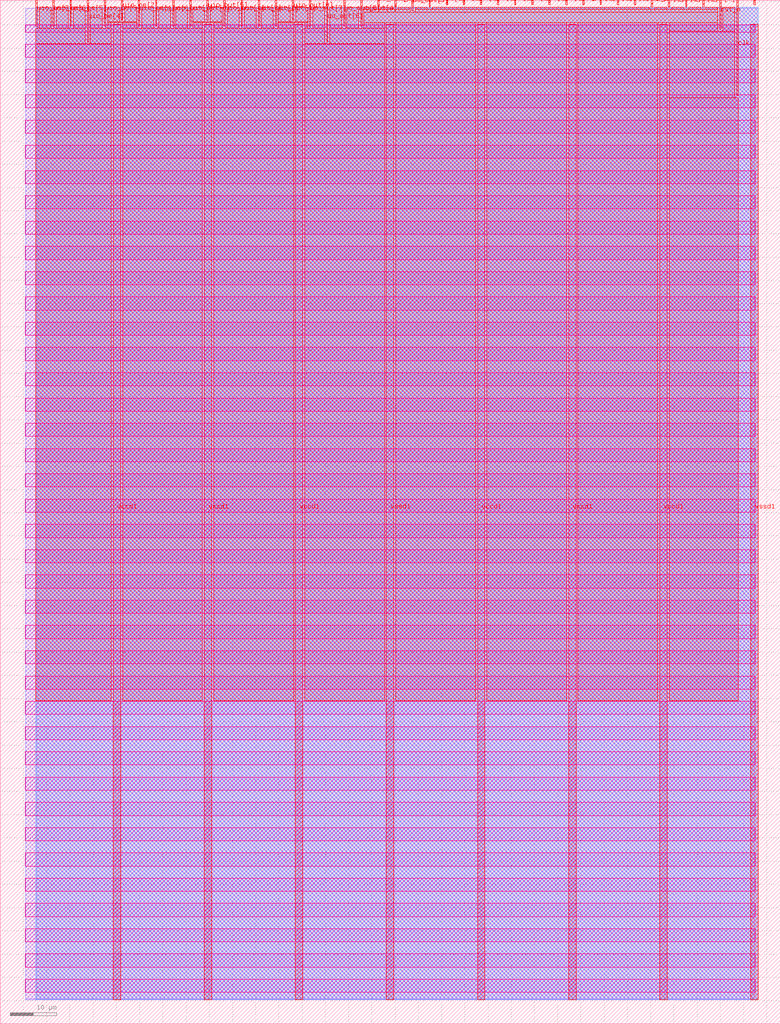
<source format=lef>
VERSION 5.7 ;
  NOWIREEXTENSIONATPIN ON ;
  DIVIDERCHAR "/" ;
  BUSBITCHARS "[]" ;
MACRO tt_um_urish_simon
  CLASS BLOCK ;
  FOREIGN tt_um_urish_simon ;
  ORIGIN 0.000 0.000 ;
  SIZE 167.900 BY 220.320 ;
  PIN clk
    DIRECTION INPUT ;
    USE SIGNAL ;
    PORT
      LAYER met4 ;
        RECT 158.550 199.740 158.850 220.320 ;
    END
  END clk
  PIN ena
    DIRECTION INPUT ;
    USE SIGNAL ;
    PORT
      LAYER met4 ;
        RECT 162.230 219.320 162.530 220.320 ;
    END
  END ena
  PIN rst_n
    DIRECTION INPUT ;
    USE SIGNAL ;
    PORT
      LAYER met4 ;
        RECT 154.870 214.020 155.170 220.320 ;
    END
  END rst_n
  PIN ui_in[0]
    DIRECTION INPUT ;
    USE SIGNAL ;
    PORT
      LAYER met4 ;
        RECT 151.190 218.780 151.490 220.320 ;
    END
  END ui_in[0]
  PIN ui_in[1]
    DIRECTION INPUT ;
    USE SIGNAL ;
    PORT
      LAYER met4 ;
        RECT 147.510 218.780 147.810 220.320 ;
    END
  END ui_in[1]
  PIN ui_in[2]
    DIRECTION INPUT ;
    USE SIGNAL ;
    PORT
      LAYER met4 ;
        RECT 143.830 218.780 144.130 220.320 ;
    END
  END ui_in[2]
  PIN ui_in[3]
    DIRECTION INPUT ;
    USE SIGNAL ;
    PORT
      LAYER met4 ;
        RECT 140.150 218.780 140.450 220.320 ;
    END
  END ui_in[3]
  PIN ui_in[4]
    DIRECTION INPUT ;
    USE SIGNAL ;
    PORT
      LAYER met4 ;
        RECT 136.470 219.320 136.770 220.320 ;
    END
  END ui_in[4]
  PIN ui_in[5]
    DIRECTION INPUT ;
    USE SIGNAL ;
    PORT
      LAYER met4 ;
        RECT 132.790 219.320 133.090 220.320 ;
    END
  END ui_in[5]
  PIN ui_in[6]
    DIRECTION INPUT ;
    USE SIGNAL ;
    PORT
      LAYER met4 ;
        RECT 129.110 219.320 129.410 220.320 ;
    END
  END ui_in[6]
  PIN ui_in[7]
    DIRECTION INPUT ;
    USE SIGNAL ;
    PORT
      LAYER met4 ;
        RECT 125.430 219.320 125.730 220.320 ;
    END
  END ui_in[7]
  PIN uio_in[0]
    DIRECTION INPUT ;
    USE SIGNAL ;
    PORT
      LAYER met4 ;
        RECT 121.750 219.320 122.050 220.320 ;
    END
  END uio_in[0]
  PIN uio_in[1]
    DIRECTION INPUT ;
    USE SIGNAL ;
    PORT
      LAYER met4 ;
        RECT 118.070 219.320 118.370 220.320 ;
    END
  END uio_in[1]
  PIN uio_in[2]
    DIRECTION INPUT ;
    USE SIGNAL ;
    PORT
      LAYER met4 ;
        RECT 114.390 219.320 114.690 220.320 ;
    END
  END uio_in[2]
  PIN uio_in[3]
    DIRECTION INPUT ;
    USE SIGNAL ;
    PORT
      LAYER met4 ;
        RECT 110.710 219.320 111.010 220.320 ;
    END
  END uio_in[3]
  PIN uio_in[4]
    DIRECTION INPUT ;
    USE SIGNAL ;
    PORT
      LAYER met4 ;
        RECT 107.030 219.320 107.330 220.320 ;
    END
  END uio_in[4]
  PIN uio_in[5]
    DIRECTION INPUT ;
    USE SIGNAL ;
    PORT
      LAYER met4 ;
        RECT 103.350 219.320 103.650 220.320 ;
    END
  END uio_in[5]
  PIN uio_in[6]
    DIRECTION INPUT ;
    USE SIGNAL ;
    PORT
      LAYER met4 ;
        RECT 99.670 219.320 99.970 220.320 ;
    END
  END uio_in[6]
  PIN uio_in[7]
    DIRECTION INPUT ;
    USE SIGNAL ;
    PORT
      LAYER met4 ;
        RECT 95.990 219.320 96.290 220.320 ;
    END
  END uio_in[7]
  PIN uio_oe[0]
    DIRECTION OUTPUT TRISTATE ;
    USE SIGNAL ;
    PORT
      LAYER met4 ;
        RECT 33.430 214.700 33.730 220.320 ;
    END
  END uio_oe[0]
  PIN uio_oe[1]
    DIRECTION OUTPUT TRISTATE ;
    USE SIGNAL ;
    PORT
      LAYER met4 ;
        RECT 29.750 214.700 30.050 220.320 ;
    END
  END uio_oe[1]
  PIN uio_oe[2]
    DIRECTION OUTPUT TRISTATE ;
    USE SIGNAL ;
    PORT
      LAYER met4 ;
        RECT 26.070 216.060 26.370 220.320 ;
    END
  END uio_oe[2]
  PIN uio_oe[3]
    DIRECTION OUTPUT TRISTATE ;
    USE SIGNAL ;
    PORT
      LAYER met4 ;
        RECT 22.390 214.700 22.690 220.320 ;
    END
  END uio_oe[3]
  PIN uio_oe[4]
    DIRECTION OUTPUT TRISTATE ;
    USE SIGNAL ;
    PORT
      LAYER met4 ;
        RECT 18.710 211.300 19.010 220.320 ;
    END
  END uio_oe[4]
  PIN uio_oe[5]
    DIRECTION OUTPUT TRISTATE ;
    USE SIGNAL ;
    PORT
      LAYER met4 ;
        RECT 15.030 214.700 15.330 220.320 ;
    END
  END uio_oe[5]
  PIN uio_oe[6]
    DIRECTION OUTPUT TRISTATE ;
    USE SIGNAL ;
    PORT
      LAYER met4 ;
        RECT 11.350 214.700 11.650 220.320 ;
    END
  END uio_oe[6]
  PIN uio_oe[7]
    DIRECTION OUTPUT TRISTATE ;
    USE SIGNAL ;
    PORT
      LAYER met4 ;
        RECT 7.670 214.700 7.970 220.320 ;
    END
  END uio_oe[7]
  PIN uio_out[0]
    DIRECTION OUTPUT TRISTATE ;
    USE SIGNAL ;
    PORT
      LAYER met4 ;
        RECT 62.870 216.060 63.170 220.320 ;
    END
  END uio_out[0]
  PIN uio_out[1]
    DIRECTION OUTPUT TRISTATE ;
    USE SIGNAL ;
    PORT
      LAYER met4 ;
        RECT 59.190 214.700 59.490 220.320 ;
    END
  END uio_out[1]
  PIN uio_out[2]
    DIRECTION OUTPUT TRISTATE ;
    USE SIGNAL ;
    PORT
      LAYER met4 ;
        RECT 55.510 214.700 55.810 220.320 ;
    END
  END uio_out[2]
  PIN uio_out[3]
    DIRECTION OUTPUT TRISTATE ;
    USE SIGNAL ;
    PORT
      LAYER met4 ;
        RECT 51.830 214.700 52.130 220.320 ;
    END
  END uio_out[3]
  PIN uio_out[4]
    DIRECTION OUTPUT TRISTATE ;
    USE SIGNAL ;
    PORT
      LAYER met4 ;
        RECT 48.150 214.700 48.450 220.320 ;
    END
  END uio_out[4]
  PIN uio_out[5]
    DIRECTION OUTPUT TRISTATE ;
    USE SIGNAL ;
    PORT
      LAYER met4 ;
        RECT 44.470 216.060 44.770 220.320 ;
    END
  END uio_out[5]
  PIN uio_out[6]
    DIRECTION OUTPUT TRISTATE ;
    USE SIGNAL ;
    PORT
      LAYER met4 ;
        RECT 40.790 214.700 41.090 220.320 ;
    END
  END uio_out[6]
  PIN uio_out[7]
    DIRECTION OUTPUT TRISTATE ;
    USE SIGNAL ;
    PORT
      LAYER met4 ;
        RECT 37.110 214.700 37.410 220.320 ;
    END
  END uio_out[7]
  PIN uo_out[0]
    DIRECTION OUTPUT TRISTATE ;
    USE SIGNAL ;
    PORT
      LAYER met4 ;
        RECT 92.310 218.780 92.610 220.320 ;
    END
  END uo_out[0]
  PIN uo_out[1]
    DIRECTION OUTPUT TRISTATE ;
    USE SIGNAL ;
    PORT
      LAYER met4 ;
        RECT 88.630 218.100 88.930 220.320 ;
    END
  END uo_out[1]
  PIN uo_out[2]
    DIRECTION OUTPUT TRISTATE ;
    USE SIGNAL ;
    PORT
      LAYER met4 ;
        RECT 84.950 218.780 85.250 220.320 ;
    END
  END uo_out[2]
  PIN uo_out[3]
    DIRECTION OUTPUT TRISTATE ;
    USE SIGNAL ;
    PORT
      LAYER met4 ;
        RECT 81.270 218.780 81.570 220.320 ;
    END
  END uo_out[3]
  PIN uo_out[4]
    DIRECTION OUTPUT TRISTATE ;
    USE SIGNAL ;
    PORT
      LAYER met4 ;
        RECT 77.590 214.700 77.890 220.320 ;
    END
  END uo_out[4]
  PIN uo_out[5]
    DIRECTION OUTPUT TRISTATE ;
    USE SIGNAL ;
    PORT
      LAYER met4 ;
        RECT 73.910 214.700 74.210 220.320 ;
    END
  END uo_out[5]
  PIN uo_out[6]
    DIRECTION OUTPUT TRISTATE ;
    USE SIGNAL ;
    PORT
      LAYER met4 ;
        RECT 70.230 211.300 70.530 220.320 ;
    END
  END uo_out[6]
  PIN uo_out[7]
    DIRECTION OUTPUT TRISTATE ;
    USE SIGNAL ;
    PORT
      LAYER met4 ;
        RECT 66.550 214.700 66.850 220.320 ;
    END
  END uo_out[7]
  PIN vccd1
    DIRECTION INOUT ;
    USE POWER ;
    PORT
      LAYER met4 ;
        RECT 24.325 5.200 25.925 215.120 ;
    END
    PORT
      LAYER met4 ;
        RECT 63.535 5.200 65.135 215.120 ;
    END
    PORT
      LAYER met4 ;
        RECT 102.745 5.200 104.345 215.120 ;
    END
    PORT
      LAYER met4 ;
        RECT 141.955 5.200 143.555 215.120 ;
    END
  END vccd1
  PIN vssd1
    DIRECTION INOUT ;
    USE GROUND ;
    PORT
      LAYER met4 ;
        RECT 43.930 5.200 45.530 215.120 ;
    END
    PORT
      LAYER met4 ;
        RECT 83.140 5.200 84.740 215.120 ;
    END
    PORT
      LAYER met4 ;
        RECT 122.350 5.200 123.950 215.120 ;
    END
    PORT
      LAYER met4 ;
        RECT 161.560 5.200 163.160 215.120 ;
    END
  END vssd1
  OBS
      LAYER nwell ;
        RECT 5.330 213.465 162.570 215.070 ;
        RECT 5.330 208.025 162.570 210.855 ;
        RECT 5.330 202.585 162.570 205.415 ;
        RECT 5.330 197.145 162.570 199.975 ;
        RECT 5.330 191.705 162.570 194.535 ;
        RECT 5.330 186.265 162.570 189.095 ;
        RECT 5.330 180.825 162.570 183.655 ;
        RECT 5.330 175.385 162.570 178.215 ;
        RECT 5.330 169.945 162.570 172.775 ;
        RECT 5.330 164.505 162.570 167.335 ;
        RECT 5.330 159.065 162.570 161.895 ;
        RECT 5.330 153.625 162.570 156.455 ;
        RECT 5.330 148.185 162.570 151.015 ;
        RECT 5.330 142.745 162.570 145.575 ;
        RECT 5.330 137.305 162.570 140.135 ;
        RECT 5.330 131.865 162.570 134.695 ;
        RECT 5.330 126.425 162.570 129.255 ;
        RECT 5.330 120.985 162.570 123.815 ;
        RECT 5.330 115.545 162.570 118.375 ;
        RECT 5.330 110.105 162.570 112.935 ;
        RECT 5.330 104.665 162.570 107.495 ;
        RECT 5.330 99.225 162.570 102.055 ;
        RECT 5.330 93.785 162.570 96.615 ;
        RECT 5.330 88.345 162.570 91.175 ;
        RECT 5.330 82.905 162.570 85.735 ;
        RECT 5.330 77.465 162.570 80.295 ;
        RECT 5.330 72.025 162.570 74.855 ;
        RECT 5.330 66.585 162.570 69.415 ;
        RECT 5.330 61.145 162.570 63.975 ;
        RECT 5.330 55.705 162.570 58.535 ;
        RECT 5.330 50.265 162.570 53.095 ;
        RECT 5.330 44.825 162.570 47.655 ;
        RECT 5.330 39.385 162.570 42.215 ;
        RECT 5.330 33.945 162.570 36.775 ;
        RECT 5.330 28.505 162.570 31.335 ;
        RECT 5.330 23.065 162.570 25.895 ;
        RECT 5.330 17.625 162.570 20.455 ;
        RECT 5.330 12.185 162.570 15.015 ;
        RECT 5.330 6.745 162.570 9.575 ;
      LAYER li1 ;
        RECT 5.520 5.355 162.380 214.965 ;
      LAYER met1 ;
        RECT 5.520 5.200 163.160 218.580 ;
      LAYER met2 ;
        RECT 7.910 5.255 163.130 218.805 ;
      LAYER met3 ;
        RECT 7.630 5.275 163.150 218.785 ;
      LAYER met4 ;
        RECT 8.370 214.300 10.950 218.785 ;
        RECT 12.050 214.300 14.630 218.785 ;
        RECT 15.730 214.300 18.310 218.785 ;
        RECT 7.655 210.900 18.310 214.300 ;
        RECT 19.410 214.300 21.990 218.785 ;
        RECT 23.090 215.660 25.670 218.785 ;
        RECT 26.770 215.660 29.350 218.785 ;
        RECT 23.090 215.520 29.350 215.660 ;
        RECT 23.090 214.300 23.925 215.520 ;
        RECT 19.410 210.900 23.925 214.300 ;
        RECT 7.655 69.535 23.925 210.900 ;
        RECT 26.325 214.300 29.350 215.520 ;
        RECT 30.450 214.300 33.030 218.785 ;
        RECT 34.130 214.300 36.710 218.785 ;
        RECT 37.810 214.300 40.390 218.785 ;
        RECT 41.490 215.660 44.070 218.785 ;
        RECT 45.170 215.660 47.750 218.785 ;
        RECT 41.490 215.520 47.750 215.660 ;
        RECT 41.490 214.300 43.530 215.520 ;
        RECT 26.325 69.535 43.530 214.300 ;
        RECT 45.930 214.300 47.750 215.520 ;
        RECT 48.850 214.300 51.430 218.785 ;
        RECT 52.530 214.300 55.110 218.785 ;
        RECT 56.210 214.300 58.790 218.785 ;
        RECT 59.890 215.660 62.470 218.785 ;
        RECT 63.570 215.660 66.150 218.785 ;
        RECT 59.890 215.520 66.150 215.660 ;
        RECT 59.890 214.300 63.135 215.520 ;
        RECT 45.930 69.535 63.135 214.300 ;
        RECT 65.535 214.300 66.150 215.520 ;
        RECT 67.250 214.300 69.830 218.785 ;
        RECT 65.535 210.900 69.830 214.300 ;
        RECT 70.930 214.300 73.510 218.785 ;
        RECT 74.610 214.300 77.190 218.785 ;
        RECT 78.290 218.380 80.870 218.785 ;
        RECT 81.970 218.380 84.550 218.785 ;
        RECT 85.650 218.380 88.230 218.785 ;
        RECT 78.290 217.700 88.230 218.380 ;
        RECT 89.330 218.380 91.910 218.785 ;
        RECT 93.010 218.380 139.750 218.785 ;
        RECT 140.850 218.380 143.430 218.785 ;
        RECT 144.530 218.380 147.110 218.785 ;
        RECT 148.210 218.380 150.790 218.785 ;
        RECT 151.890 218.380 154.470 218.785 ;
        RECT 89.330 217.700 154.470 218.380 ;
        RECT 78.290 215.520 154.470 217.700 ;
        RECT 78.290 214.300 82.740 215.520 ;
        RECT 70.930 210.900 82.740 214.300 ;
        RECT 65.535 69.535 82.740 210.900 ;
        RECT 85.140 69.535 102.345 215.520 ;
        RECT 104.745 69.535 121.950 215.520 ;
        RECT 124.350 69.535 141.555 215.520 ;
        RECT 143.955 213.620 154.470 215.520 ;
        RECT 155.570 213.620 158.150 218.785 ;
        RECT 143.955 199.340 158.150 213.620 ;
        RECT 143.955 69.535 158.865 199.340 ;
  END
END tt_um_urish_simon
END LIBRARY


</source>
